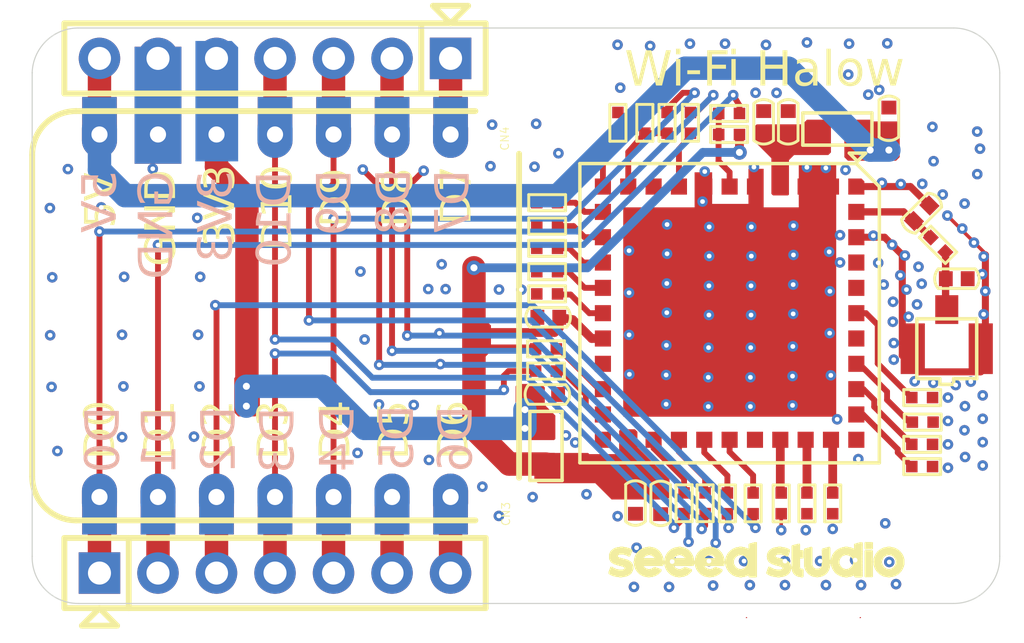
<source format=kicad_pcb>
(kicad_pcb
	(version 20240108)
	(generator "pcbnew")
	(generator_version "8.0")
	(general
		(thickness 1.6)
		(legacy_teardrops no)
	)
	(paper "A4")
	(layers
		(0 "F.Cu" signal "Top")
		(31 "B.Cu" signal "Bottom")
		(32 "B.Adhes" user "B.Adhesive")
		(33 "F.Adhes" user "F.Adhesive")
		(34 "B.Paste" user "Paste Mask Bottom")
		(35 "F.Paste" user "Paste Mask Top")
		(36 "B.SilkS" user "Silkscreen Bottom")
		(37 "F.SilkS" user "Silkscreen Top")
		(38 "B.Mask" user "Solder Mask Bottom")
		(39 "F.Mask" user "Solder Mask Top")
		(40 "Dwgs.User" user "Layer_10")
		(41 "Cmts.User" user "User.Comments")
		(42 "Eco1.User" user "User.Eco1")
		(43 "Eco2.User" user "Layer_11")
		(44 "Edge.Cuts" user)
		(45 "Margin" user)
		(46 "B.CrtYd" user "B.Courtyard")
		(47 "F.CrtYd" user "F.Courtyard")
		(48 "B.Fab" user "Layer_13")
		(49 "F.Fab" user "Layer_12")
		(50 "User.1" user "Assembly Drawing Top")
		(51 "User.2" user "Assembly Drawing Bottom")
		(52 "User.3" user "Layer_3")
		(53 "User.4" user "Layer_4")
		(54 "User.5" user "Layer_5")
		(55 "User.6" user "Layer_6")
		(56 "User.7" user "Layer_7")
		(57 "User.8" user "Layer_8")
		(58 "User.9" user "Layer_9")
	)
	(setup
		(pad_to_mask_clearance 0.1016)
		(allow_soldermask_bridges_in_footprints no)
		(aux_axis_origin -676.855516 351.783105)
		(grid_origin -676.855516 351.783105)
		(pcbplotparams
			(layerselection 0x00010fc_ffffffff)
			(plot_on_all_layers_selection 0x0000000_00000000)
			(disableapertmacros no)
			(usegerberextensions no)
			(usegerberattributes yes)
			(usegerberadvancedattributes yes)
			(creategerberjobfile yes)
			(dashed_line_dash_ratio 12.000000)
			(dashed_line_gap_ratio 3.000000)
			(svgprecision 4)
			(plotframeref no)
			(viasonmask no)
			(mode 1)
			(useauxorigin no)
			(hpglpennumber 1)
			(hpglpenspeed 20)
			(hpglpendiameter 15.000000)
			(pdf_front_fp_property_popups yes)
			(pdf_back_fp_property_popups yes)
			(dxfpolygonmode yes)
			(dxfimperialunits yes)
			(dxfusepcbnewfont yes)
			(psnegative no)
			(psa4output no)
			(plotreference yes)
			(plotvalue yes)
			(plotfptext yes)
			(plotinvisibletext no)
			(sketchpadsonfab no)
			(subtractmaskfromsilk no)
			(outputformat 1)
			(mirror no)
			(drillshape 1)
			(scaleselection 1)
			(outputdirectory "")
		)
	)
	(net 0 "")
	(net 1 "WAKEUP_IN")
	(net 2 "VDD_5V")
	(net 3 "SPI_MOSI")
	(net 4 "SPI_MISO")
	(net 5 "SPI_INT")
	(net 6 "SPI_CS")
	(net 7 "SPI_CLK")
	(net 8 "RESET")
	(net 9 "PB09_A7_D7_RX")
	(net 10 "PB08_A6_D6_TX")
	(net 11 "PA9_A5_D5_SCL")
	(net 12 "PA8_A4_D4_SDA")
	(net 13 "PA7_A8_D8_SCK")
	(net 14 "PA6_A10_D10_MOSI")
	(net 15 "PA5_A9_D9_MISO")
	(net 16 "PA4_A1_D1")
	(net 17 "PA11_A3_D3")
	(net 18 "PA10_A2_D2")
	(net 19 "PA02_A0_D0")
	(net 20 "N34312580")
	(net 21 "N34312575")
	(net 22 "N34312570")
	(net 23 "N34312565")
	(net 24 "N34311591")
	(net 25 "N34310667")
	(net 26 "N34310640")
	(net 27 "N34310613")
	(net 28 "N34310586")
	(net 29 "N34310504")
	(net 30 "N34310477")
	(net 31 "N34310055")
	(net 32 "N34310043")
	(net 33 "N34310028")
	(net 34 "MOD_5V")
	(net 35 "MOD_3V3")
	(net 36 "GND")
	(net 37 "BUSY")
	(net 38 "ANT_WIFI_MOD")
	(net 39 "ANT_WIFI")
	(net 40 "3V3")
	(footprint "R0402" (layer "F.Cu") (at 166.822284 101.922005 135))
	(footprint "R0402" (layer "F.Cu") (at 149.855084 104.055605))
	(footprint "R0402" (layer "F.Cu") (at 157.752484 96.216805 180))
	(footprint "C0402M" (layer "F.Cu") (at 154.782684 113.148805 -90))
	(footprint "FB0603" (layer "F.Cu") (at 162.453484 96.892805 180))
	(footprint "R0402" (layer "F.Cu") (at 166.134484 111.556805))
	(footprint "R0402" (layer "F.Cu") (at 152.926484 96.623205 -90))
	(footprint "R0402" (layer "F.Cu") (at 149.855084 101.109205))
	(footprint "R0402" (layer "F.Cu") (at 149.804284 106.443205 180))
	(footprint "CON_U.FL-R-SMT-1" (layer "F.Cu") (at 167.201254 106.436805 180))
	(footprint "FB0603" (layer "F.Cu") (at 149.804284 110.659605 -90))
	(footprint "R0402" (layer "F.Cu") (at 166.134484 110.591605))
	(footprint "R0402" (layer "F.Cu") (at 149.855084 102.074405))
	(footprint "R0402" (layer "F.Cu") (at 156.713084 113.148805 -90))
	(footprint "C0402M" (layer "F.Cu") (at 164.688684 96.435605 90))
	(footprint "R0402" (layer "F.Cu") (at 160.015084 113.154805 -90))
	(footprint "R0402" (layer "F.Cu") (at 162.250284 113.154805 -90))
	(footprint "R0402" (layer "F.Cu") (at 157.752484 97.131205 180))
	(footprint "R0402" (layer "F.Cu") (at 149.855084 103.090405))
	(footprint "CN_ESP32S3_XIAO_DIP14" (layer "F.Cu") (at 130.422084 105.003605 90))
	(footprint "HEADER_PIN_SIP7_2MM54" (layer "F.Cu") (at 145.662084 93.824805 -90))
	(footprint "R0402" (layer "F.Cu") (at 157.678284 113.154805 -90))
	(footprint "C0402M" (layer "F.Cu") (at 167.635084 103.395205))
	(footprint "C0402M" (layer "F.Cu") (at 160.319884 96.588005 90))
	(footprint "R0402" (layer "F.Cu") (at 156.076084 96.623205 -90))
	(footprint "R0402" (layer "F.Cu") (at 155.060084 96.623205 -90))
	(footprint "FGH100M-H" (layer "F.Cu") (at 157.775484 104.892605 -90))
	(footprint "R0402" (layer "F.Cu") (at 166.158384 109.626405))
	(footprint "R0402" (layer "F.Cu") (at 149.804284 107.408405 180))
	(footprint "C0402M" (layer "F.Cu") (at 149.855084 108.424405))
	(footprint "R0402" (layer "F.Cu") (at 149.855084 100.093205))
	(footprint "R0402" (layer "F.Cu") (at 166.134484 108.559605))
	(footprint "C0402M" (layer "F.Cu") (at 166.111084 100.550405 45))
	(footprint "HEADER_PIN_SIP7_2MM54" (layer "F.Cu") (at 130.422084 116.182405 90))
	(footprint "R0402" (layer "F.Cu") (at 154.094884 96.623205 -90))
	(footprint "C0402M" (layer "F.Cu") (at 153.688484 113.133205 -90))
	(footprint "R0402" (layer "F.Cu") (at 161.132684 113.154805 -90))
	(footprint "R0402" (layer "F.Cu") (at 158.795884 113.154805 -90))
	(footprint "R0402" (layer "F.Cu") (at 155.798684 113.148805 -90))
	(footprint "C0402M" (layer "F.Cu") (at 159.253084 96.588005 90))
	(footprint "C0402M" (layer "F.Cu") (at 149.905884 105.071605 180))
	(gr_poly
		(pts
			(xy 136.374034 107.611605) (xy 137.307484 107.611605) (xy 137.383684 107.687805) (xy 137.383684 109.186405)
			(xy 137.193184 109.376905) (xy 136.443884 109.376905) (xy 136.272434 109.205455) (xy 136.272434 107.713205)
		)
		(stroke
			(width 0)
			(type default)
		)
		(fill solid)
		(layer "F.Cu")
		(net 40)
		(uuid "023cd5b6-323c-49d1-911e-9e611ec4f223")
	)
	(gr_line
		(start 163.431934 118.124325)
		(end 163.457564 118.124325)
		(stroke
			(width 0.0254)
			(type solid)
		)
		(layer "F.Cu")
		(uuid "0d95dbba-ff07-4b66-9863-e501741e98dd")
	)
	(gr_line
		(start 163.457564 118.124325)
		(end 163.457564 118.119935)
		(stroke
			(width 0.0254)
			(type solid)
		)
		(layer "F.Cu")
		(uuid "18bbee3e-9f77-4322-8e16-fada4f24cd5d")
	)
	(gr_poly
		(pts
			(xy 148.585084 107.967205) (xy 149.601084 107.967205) (xy 149.753484 108.119605) (xy 149.753484 108.881605)
			(xy 150.210684 109.338805) (xy 150.210684 110.354805) (xy 150.159884 110.405605) (xy 148.635884 110.405605)
			(xy 148.483484 110.253205) (xy 148.483484 108.068805)
		)
		(stroke
			(width 0)
			(type default)
		)
		(fill solid)
		(layer "F.Cu")
		(net 40)
		(uuid "1e5f5c7b-6d77-4beb-b7a2-5563406bb60f")
	)
	(gr_poly
		(pts
			(xy 156.255884 98.772405) (xy 156.255884 100.296405) (xy 153.157084 100.296405) (xy 153.157084 109.389605)
			(xy 162.402684 109.389605) (xy 162.402684 98.366005) (xy 160.777084 98.366005) (xy 160.777084 100.296405)
			(xy 159.253084 100.296405) (xy 159.253084 98.620005) (xy 158.592684 98.620005) (xy 158.592684 100.144005)
			(xy 157.017884 100.144005) (xy 157.017884 98.772405)
		)
		(stroke
			(width 0)
			(type default)
		)
		(fill solid)
		(layer "F.Cu")
		(net 36)
		(uuid "24341890-af5e-4167-bab1-a0271c5c91e4")
	)
	(gr_poly
		(pts
			(xy 131.946084 93.319605) (xy 131.946084 98.399605) (xy 133.978084 98.399605) (xy 133.978084 93.319605)
		)
		(stroke
			(width 0)
			(type default)
		)
		(fill solid)
		(layer "F.Cu")
		(net 36)
		(uuid "2a90e07c-2dfb-4083-9bba-2f32e61dae79")
	)
	(gr_line
		(start 163.455794 118.117925)
		(end 163.457564 118.119935)
		(stroke
			(width 0.0254)
			(type solid)
		)
		(layer "F.Cu")
		(uuid "31f03d9b-d15d-433e-8294-653506021959")
	)
	(gr_poly
		(pts
			(xy 149.299064 110.964405) (xy 151.633084 110.964405) (xy 151.683884 111.015205) (xy 152.852284 111.015205)
			(xy 152.979284 110.888205) (xy 152.979284 109.999205) (xy 153.042784 109.935705) (xy 153.665084 109.935705)
			(xy 153.773034 110.043655) (xy 153.773034 110.710405) (xy 155.166864 112.104225) (xy 155.166864 112.894805)
			(xy 155.076374 112.985295) (xy 152.649084 112.985295) (xy 151.943444 112.279645) (xy 149.448684 112.279645)
			(xy 149.299064 112.130025)
		)
		(stroke
			(width 0)
			(type default)
		)
		(fill solid)
		(layer "F.Cu")
		(net 35)
		(uuid "337284f3-cb64-4301-ae4b-5254e7617c4b")
	)
	(gr_poly
		(pts
			(xy 158.948284 96.689605) (xy 160.929484 96.689605) (xy 161.132684 96.486405) (xy 162.097884 96.486405)
			(xy 162.174084 96.562605) (xy 162.174084 97.908805) (xy 162.059784 98.023105) (xy 160.573884 98.023105)
			(xy 160.351634 98.245355) (xy 160.351634 99.737605) (xy 160.310364 99.778875) (xy 159.659484 99.778875)
			(xy 159.588044 99.707445) (xy 159.588044 98.162805) (xy 158.887164 97.461925) (xy 158.887164 96.750725)
		)
		(stroke
			(width 0)
			(type default)
		)
		(fill solid)
		(layer "F.Cu")
		(net 34)
		(uuid "3aa3d42e-e1fc-49b8-980d-a6bf1b720528")
	)
	(gr_line
		(start 163.448284 118.119935)
		(end 163.457564 118.124325)
		(stroke
			(width 0.0254)
			(type solid)
		)
		(layer "F.Cu")
		(uuid "3ecdac71-d8f8-4c17-b329-53b86dba2368")
	)
	(gr_line
		(start 163.448284 118.119935)
		(end 163.457564 118.119935)
		(stroke
			(width 0.0254)
			(type solid)
		)
		(layer "F.Cu")
		(uuid "3efa3935-e674-43b1-967f-47469defb707")
	)
	(gr_line
		(start 163.431934 118.124325)
		(end 163.448284 118.119935)
		(stroke
			(width 0.0254)
			(type solid)
		)
		(layer "F.Cu")
		(uuid "3f8d1caf-731d-4c5e-9ec4-95804e975282")
	)
	(gr_line
		(start 158.517654 118.117365)
		(end 158.519424 118.119375)
		(stroke
			(width 0.0254)
			(type solid)
		)
		(layer "F.Cu")
		(uuid "4fff426a-85f4-44f8-a0cd-9958a638e43d")
	)
	(gr_line
		(start 158.517654 118.117365)
		(end 158.519424 118.119375)
		(stroke
			(width 0.0254)
			(type solid)
		)
		(layer "F.Cu")
		(uuid "5780b392-c1cb-42c8-a427-f8b417f1ceb3")
	)
	(gr_poly
		(pts
			(xy 146.172084 105.325605) (xy 147.315084 105.325605) (xy 147.416684 105.427205) (xy 147.416684 106.544805)
			(xy 147.111884 106.849605) (xy 146.299084 106.849605) (xy 146.172084 106.722605)
		)
		(stroke
			(width 0)
			(type default)
		)
		(fill solid)
		(layer "F.Cu")
		(net 35)
		(uuid "5da2d2c5-1bf4-485f-95d6-6ddbea97b98e")
	)
	(gr_line
		(start 158.493784 118.123805)
		(end 158.510204 118.119375)
		(stroke
			(width 0.0254)
			(type solid)
		)
		(layer "F.Cu")
		(uuid "5fafde27-37a2-4d81-9b2d-208caccae62f")
	)
	(gr_line
		(start 163.455794 118.117925)
		(end 163.457564 118.119935)
		(stroke
			(width 0.0254)
			(type solid)
		)
		(layer "F.Cu")
		(uuid "618396e9-5bae-4d1a-9ed2-cf5b8f4ae208")
	)
	(gr_line
		(start 158.510204 118.119375)
		(end 158.519424 118.123805)
		(stroke
			(width 0.0254)
			(type solid)
		)
		(layer "F.Cu")
		(uuid "727180d2-7ecd-4331-acc8-8da29d2a943e")
	)
	(gr_line
		(start 158.493784 118.123805)
		(end 158.510204 118.119375)
		(stroke
			(width 0.0254)
			(type solid)
		)
		(layer "F.Cu")
		(uuid "7df291c9-0078-4d02-98f1-f0baaf6494c7")
	)
	(gr_line
		(start 163.457564 118.124325)
		(end 163.457564 118.119935)
		(stroke
			(width 0.0254)
			(type solid)
		)
		(layer "F.Cu")
		(uuid "80a03c72-181d-4af6-8eed-2309854cb5ea")
	)
	(gr_line
		(start 158.510204 118.119375)
		(end 158.519424 118.123805)
		(stroke
			(width 0.0254)
			(type solid)
		)
		(layer "F.Cu")
		(uuid "82330662-0963-4e5e-900c-f53efadbf47c")
	)
	(gr_poly
		(pts
			(xy 162.755114 96.486405) (xy 163.926684 96.486405) (xy 164.002884 96.562605) (xy 165.044284 96.562605)
			(xy 165.158584 96.676905) (xy 165.158584 98.112005) (xy 164.999834 98.270755) (xy 162.910684 98.270755)
			(xy 162.755114 98.115175)
		)
		(stroke
			(width 0)
			(type default)
		)
		(fill solid)
		(layer "F.Cu")
		(net 2)
		(uuid "8472852f-9a27-4880-b4c4-353c5f138896")
	)
	(gr_line
		(start 158.510204 118.119375)
		(end 158.519424 118.119375)
		(stroke
			(width 0.0254)
			(type solid)
		)
		(layer "F.Cu")
		(uuid "88454c86-d05a-49cc-865f-575db5316449")
	)
	(gr_line
		(start 158.510204 118.119375)
		(end 158.517654 118.117365)
		(stroke
			(width 0.0254)
			(type solid)
		)
		(layer "F.Cu")
		(uuid "8e1455dc-6722-4c60-9f24-23e430ada7d8")
	)
	(gr_line
		(start 163.448284 118.119935)
		(end 163.457564 118.119935)
		(stroke
			(width 0.0254)
			(type solid)
		)
		(layer "F.Cu")
		(uuid "936921f6-4968-4213-9bc9-78911dbcd6de")
	)
	(gr_line
		(start 163.448284 118.119935)
		(end 163.457564 118.124325)
		(stroke
			(width 0.0254)
			(type solid)
		)
		(layer "F.Cu")
		(uuid "94f6369b-337f-41cf-8783-4d99e2f178ee")
	)
	(gr_line
		(start 158.510204 118.119375)
		(end 158.517654 118.117365)
		(stroke
			(width 0.0254)
			(type solid)
		)
		(layer "F.Cu")
		(uuid "95f0b0f4-cd25-43ef-9a9d-450706ce929d")
	)
	(gr_line
		(start 158.493784 118.123805)
		(end 158.519424 118.123805)
		(stroke
			(width 0.0254)
			(type solid)
		)
		(layer "F.Cu")
		(uuid "a21e9c47-9cdb-430c-8e07-42f40d57dbc7")
	)
	(gr_line
		(start 158.519424 118.123805)
		(end 158.519424 118.119375)
		(stroke
			(width 0.0254)
			(type solid)
		)
		(layer "F.Cu")
		(uuid "a5017def-2b9a-410d-bef9-254a94505faa")
	)
	(gr_line
		(start 158.519424 118.123805)
		(end 158.519424 118.119375)
		(stroke
			(width 0.0254)
			(type solid)
		)
		(layer "F.Cu")
		(uuid "b24ab511-bea8-4fa7-a2a5-a29e5e1c8e86")
	)
	(gr_line
		(start 163.448284 118.119935)
		(end 163.455794 118.117925)
		(stroke
			(width 0.0254)
			(type solid)
		)
		(layer "F.Cu")
		(uuid "ba5200a8-825f-4dfb-af01-f46c21b925bf")
	)
	(gr_line
		(start 163.448284 118.119935)
		(end 163.455794 118.117925)
		(stroke
			(width 0.0254)
			(type solid)
		)
		(layer "F.Cu")
		(uuid "c9f9a540-dc1d-4cdb-96ee-9c57019fc93c")
	)
	(gr_line
		(start 163.431934 118.124325)
		(end 163.448284 118.119935)
		(stroke
			(width 0.0254)
			(type solid)
		)
		(layer "F.Cu")
		(uuid "e7c90065-eeed-4544-92e8-6f1a21031517")
	)
	(gr_line
		(start 158.510204 118.119375)
		(end 158.519424 118.119375)
		(stroke
			(width 0.0254)
			(type solid)
		)
		(layer "F.Cu")
		(uuid "f42ee6a3-6ab7-4136-8bd6-5ab8977feaa1")
	)
	(gr_poly
		(pts
			(xy 131.946084 93.319605) (xy 131.946084 98.399605) (xy 133.978084 98.399605) (xy 133.978084 93.319605)
		)
		(stroke
			(width 0)
			(type default)
		)
		(fill solid)
		(layer "B.Cu")
		(net 36)
		(uuid "05c307c4-5fa8-4d4c-b85f-7a80d4c603c0")
	)
	(gr_poly
		(pts
			(xy 134.587684 93.065605) (xy 136.162484 93.065605) (xy 136.441884 93.345005) (xy 136.441884 98.298005)
			(xy 134.587684 98.298005)
		)
		(stroke
			(width 0)
			(type default)
		)
		(fill solid)
		(layer "B.Cu")
		(net 40)
		(uuid "82d713ba-93d0-4545-9962-5bcef24d5361")
	)
	(gr_line
		(start 162.090334 115.720985)
		(end 162.090334 115.702975)
		(stroke
			(width 0.1016)
			(type solid)
		)
		(layer "F.SilkS")
		(uuid "0004a545-c14c-4709-9aa7-b4f6685588d4")
	)
	(gr_line
		(start 157.902204 115.746595)
		(end 157.902344 115.747925)
		(stroke
			(width 0.1016)
			(type solid)
		)
		(layer "F.SilkS")
		(uuid "0005f1bd-071a-421f-933b-379b86f1d4d8")
	)
	(gr_line
		(start 162.532264 115.522095)
		(end 162.532934 115.520895)
		(stroke
			(width 0.1016)
			(type solid)
		)
		(layer "F.SilkS")
		(uuid "0007f31c-053f-4cc7-a702-9673a06f4653")
	)
	(gr_line
		(start 162.089924 115.100925)
		(end 162.090194 115.100785)
		(stroke
			(width 0.1016)
			(type solid)
		)
		(layer "F.SilkS")
		(uuid "000ae0d8-f44b-4d91-8bf3-36ae0f39557e")
	)
	(gr_line
		(start 155.167074 115.276285)
		(end 155.173874 115.269495)
		(stroke
			(width 0.1016)
			(type solid)
		)
		(layer "F.SilkS")
		(uuid "000b9549-e5da-4b4f-9f95-06cc5e249823")
	)
	(gr_line
		(start 153.917954 115.214775)
		(end 153.925674 115.209175)
		(stroke
			(width 0.1016)
			(type solid)
		)
		(layer "F.SilkS")
		(uuid "000ff733-ac16-4c6b-b016-6d39106e490e")
	)
	(gr_line
		(start 164.350754 115.807315)
		(end 164.351154 115.808645)
		(stroke
			(width 0.1016)
			(type solid)
		)
		(layer "F.SilkS")
		(uuid "00142edb-bafd-48f7-ba9f-4185af1cc042")
	)
	(gr_line
		(start 161.439734 116.019425)
		(end 161.443324 116.021425)
		(stroke
			(width 0.1016)
			(type solid)
		)
		(layer "F.SilkS")
		(uuid "001794b2-ddb5-446d-b1ce-1da39e4cba70")
	)
	(gr_line
		(start 158.654134 115.233945)
		(end 158.654134 115.232745)
		(stroke
			(width 0.1016)
			(type solid)
		)
		(layer "F.SilkS")
		(uuid "00187cda-7463-4fa9-a8b2-2f67ceddefa6")
	)
	(gr_line
		(start 154.241784 116.309435)
		(end 154.252704 116.309835)
		(stroke
			(width 0.1016)
			(type solid)
		)
		(layer "F.SilkS")
		(uuid "0018d584-9353-482e-92bf-c033ed79fcae")
	)
	(gr_line
		(start 162.499504 115.810375)
		(end 162.499904 115.811705)
		(stroke
			(width 0.1016)
			(type solid)
		)
		(layer "F.SilkS")
		(uuid "001938d7-4142-4f56-bbd0-c1e387171e65")
	)
	(gr_line
		(start 157.679704 115.922885)
		(end 157.680634 115.925155)
		(stroke
			(width 0.1016)
			(type solid)
		)
		(layer "F.SilkS")
		(uuid "0019d489-65ec-4e97-8889-e8984a24f517")
	)
	(gr_line
		(start 165.022524 115.836735)
		(end 165.023054 115.835405)
		(stroke
			(width 0.1016)
			(type solid)
		)
		(layer "F.SilkS")
		(uuid "001d0ef7-a547-4c2f-9c69-96f0c35a14e7")
	)
	(gr_line
		(start 162.725074 116.301185)
		(end 162.727864 116.301575)
		(stroke
			(width 0.1016)
			(type solid)
		)
		(layer "F.SilkS")
		(uuid "001dd408-58cb-4dbb-a905-c67500bd6949")
	)
	(gr_line
		(start 154.399574 116.043125)
		(end 154.401174 116.042595)
		(stroke
			(width 0.1016)
			(type solid)
		)
		(layer "F.SilkS")
		(uuid "00209266-2afa-42ad-9967-055fb34e5b6c")
	)
	(gr_line
		(start 159.422704 116.174415)
		(end 159.422704 116.174285)
		(stroke
			(width 0.1016)
			(type solid)
		)
		(layer "F.SilkS")
		(uuid "0020bd3e-09af-43f7-a6e7-6b13a8803d02")
	)
	(gr_line
		(start 159.462514 116.063765)
		(end 159.463584 116.060835)
		(stroke
			(width 0.1016)
			(type solid)
		)
		(layer "F.SilkS")
		(uuid "00257b2a-238b-4b47-8e68-9a507bb0a503")
	)
	(gr_line
		(start 160.584404 115.011725)
		(end 160.781034 115.011725)
		(stroke
			(width 0.1016)
			(type solid)
		)
		(layer "F.SilkS")
		(uuid "0029bab3-468c-47ac-8127-2f8cacd845bf")
	)
	(gr_line
		(start 154.504504 115.981745)
		(end 154.505034 115.981205)
		(stroke
			(width 0.1016)
			(type solid)
		)
		(layer "F.SilkS")
		(uuid "002cac16-beca-46fb-b150-8686bbfb1db6")
	)
	(gr_line
		(start 164.097494 115.521425)
		(end 164.098164 115.519165)
		(stroke
			(width 0.1016)
			(type solid)
		)
		(layer "F.SilkS")
		(uuid "002e41c5-0425-413e-8409-7215159f6d8b")
	)
	(gr_line
		(start 158.654134 114.970835)
		(end 158.654134 114.968835)
		(stroke
			(width 0.1016)
			(type solid)
		)
		(layer "F.SilkS")
		(uuid "00329022-131e-4da5-986a-2d3b998eef61")
	)
	(gr_line
		(start 163.495634 115.895725)
		(end 163.495634 115.875615)
		(stroke
			(width 0.1016)
			(type solid)
		)
		(layer "F.SilkS")
		(uuid "00334476-d3b3-4fed-b6d8-12b546ebcada")
	)
	(gr_line
		(start 159.492474 115.980545)
		(end 159.492604 115.980405)
		(stroke
			(width 0.1016)
			(type solid)
		)
		(layer "F.SilkS")
		(uuid "00352f97-d3a7-42fc-a72e-6379417e4a10")
	)
	(gr_line
		(start 162.935724 116.050845)
		(end 162.937184 116.050445)
		(stroke
			(width 0.1016)
			(type solid)
		)
		(layer "F.SilkS")
		(uuid "00353462-ad20-41a9-85f8-6905227a1625")
	)
	(gr_line
		(start 164.378984 115.531415)
		(end 164.379654 115.530215)
		(stroke
			(width 0.1016)
			(type solid)
		)
		(layer "F.SilkS")
		(uuid "00378074-5aee-4bf5-a5ab-ae3395e035a3")
	)
	(gr_line
		(start 154.464154 115.403455)
		(end 154.468014 115.405985)
		(stroke
			(width 0.1016)
			(type solid)
		)
		(layer "F.SilkS")
		(uuid "003b699f-0391-4a02-8400-b85074048ff2")
	)
	(gr_line
		(start 157.250284 115.813035)
		(end 157.252144 115.813035)
		(stroke
			(width 0.1016)
			(type solid)
		)
		(layer "F.SilkS")
		(uuid "00438975-9b57-4af9-9cba-396ad163bc3a")
	)
	(gr_line
		(start 156.449754 115.318895)
		(end 156.456014 115.311445)
		(stroke
			(width 0.1016)
			(type solid)
		)
		(layer "F.SilkS")
		(uuid "0045c32a-c634-4b1d-ba00-6ee201d45a20")
	)
	(gr_line
		(start 158.612454 115.696925)
		(end 158.612454 115.695595)
		(stroke
			(width 0.1016)
			(type solid)
		)
		(layer "F.SilkS")
		(uuid "0046b53d-2659-448c-993c-6de156979de3")
	)
	(gr_line
		(start 160.537074 116.047525)
		(end 160.538534 116.053515)
		(stroke
			(width 0.1016)
			(type solid)
		)
		(layer "F.SilkS")
		(uuid "004b9995-0cb9-4a5e-8b1b-82857ba57667")
	)
	(gr_line
		(start 165.063534 115.216765)
		(end 165.065534 115.218235)
		(stroke
			(width 0.1016)
			(type solid)
		)
		(layer "F.SilkS")
		(uuid "004ed196-f8ae-4727-a8e4-981e90a39e57")
	)
	(gr_line
		(start 153.245784 116.036065)
		(end 153.247384 116.034475)
		(stroke
			(width 0.1016)
			(type solid)
		)
		(layer "F.SilkS")
		(uuid "0052540b-d36b-4f6b-8445-e42d00058372")
	)
	(gr_line
		(start 160.324294 115.263505)
		(end 160.325354 115.260705)
		(stroke
			(width 0.1016)
			(type solid)
		)
		(layer "F.SilkS")
		(uuid "00575b69-2375-47d9-bae3-cb13f61c075a")
	)
	(gr_line
		(start 160.271694 115.407715)
		(end 160.271694 115.407575)
		(stroke
			(width 0.1016)
			(type solid)
		)
		(layer "F.SilkS")
		(uuid "00584e85-81ec-47ee-ad98-f578ab148cc4")
	)
	(gr_line
		(start 162.259044 115.483855)
		(end 162.564404 115.483855)
		(stroke
			(width 0.1016)
			(type solid)
		)
		(layer "F.SilkS")
		(uuid "005b0a95-980f-446b-b20a-55fc50e941b1")
	)
	(gr_line
		(start 153.371624 115.387735)
		(end 153.375084 115.389335)
		(stroke
			(width 0.1016)
			(type solid)
		)
		(layer "F.SilkS")
		(uuid "005d7ec5-d799-4d11-9584-bdaf363b4888")
	)
	(gr_line
		(start 157.780374 116.090825)
		(end 158.911984 116.158125)
		(stroke
			(width 0.1016)
			(type solid)
		)
		(layer "F.SilkS")
		(uuid "00634ea8-c996-4138-909c-806033a6f420")
	)
	(gr_line
		(start 158.189154 116.057905)
		(end 158.190624 116.058175)
		(stroke
			(width 0.1016)
			(type solid)
		)
		(layer "F.SilkS")
		(uuid "0078c17a-eda4-4d5b-87e4-9dc3f08550b6")
	)
	(gr_line
		(start 158.475304 115.987335)
		(end 158.476374 115.986405)
		(stroke
			(width 0.1016)
			(type solid)
		)
		(layer "F.SilkS")
		(uuid "007e5271-0446-404c-a054-a15354c55191")
	)
	(gr_line
		(start 162.964994 116.041235)
		(end 163.495614 116.049445)
		(stroke
			(width 0.1016)
			(type solid)
		)
		(layer "F.SilkS")
		(uuid "007f6bcb-1c1e-4dff-b7ac-7e00b41a0615")
	)
	(gr_line
		(start 160.921354 115.495995)
		(end 160.922694 115.495995)
		(stroke
			(width 0.1016)
			(type solid)
		)
		(layer "F.SilkS")
		(uuid "0080ece7-aa37-4baa-bea8-8053e7c20b93")
	)
	(gr_line
		(start 163.281654 116.310495)
		(end 163.284724 116.310495)
		(stroke
			(width 0.1016)
			(type solid)
		)
		(layer "F.SilkS")
		(uuid "00828e97-414d-4f99-b5b0-3f9335a91b8e")
	)
	(gr_line
		(start 157.780374 116.090825)
		(end 158.911984 116.158125)
		(stroke
			(width 0.1016)
			(type solid)
		)
		(layer "F.SilkS")
		(uuid "0083567a-438e-4ed5-a4c2-ab777f4954c2")
	)
	(gr_line
		(start 154.594244 115.813035)
		(end 154.596114 115.813035)
		(stroke
			(width 0.1016)
			(type solid)
		)
		(layer "F.SilkS")
		(uuid "00856dae-6053-4735-9dec-1496ba89f8f7")
	)
	(gr_line
		(start 164.070334 115.680275)
		(end 164.070464 115.677885)
		(stroke
			(width 0.1016)
			(type solid)
		)
		(layer "F.SilkS")
		(uuid "0087cedc-5486-48f9-bbc2-356600414448")
	)
	(gr_line
		(start 159.851564 116.307585)
		(end 159.918554 116.309655)
		(stroke
			(width 0.1016)
			(type solid)
		)
		(layer "F.SilkS")
		(uuid "00880d2d-ec6d-4bd6-a39a-7bd53af279cd")
	)
	(gr_line
		(start 163.183124 115.798925)
		(end 163.183524 115.797585)
		(stroke
			(width 0.1016)
			(type solid)
		)
		(layer "F.SilkS")
		(uuid "008811a5-678c-4850-ba8e-1bfc28466863")
	)
	(gr_line
		(start 160.932944 116.062165)
		(end 160.932944 116.060835)
		(stroke
			(width 0.1016)
			(type solid)
		)
		(layer "F.SilkS")
		(uuid "00884420-1498-43f3-9775-9637a240b0af")
	)
	(gr_line
		(start 160.251464 115.400925)
		(end 160.255434 115.403035)
		(stroke
			(width 0.1016)
			(type solid)
		)
		(layer "F.SilkS")
		(uuid "008b37b8-eb3b-4183-ba19-cf5924b1a999")
	)
	(gr_line
		(start 162.090334 115.554775)
		(end 162.090334 115.379955)
		(stroke
			(width 0.1016)
			(type solid)
		)
		(layer "F.SilkS")
		(uuid "008c5f6c-da4c-4ded-b201-ce950effd339")
	)
	(gr_line
		(start 155.614014 115.098095)
		(end 155.646204 115.099505)
		(stroke
			(width 0.1016)
			(type solid)
		)
		(layer "F.SilkS")
		(uuid "008d24cd-e27c-4ff8-8142-5c86adc36ac6")
	)
	(gr_line
		(start 155.677324 115.354845)
		(end 155.681984 115.356045)
		(stroke
			(width 0.1016)
			(type solid)
		)
		(layer "F.SilkS")
		(uuid "009aead8-af3f-41d5-8aff-6d86da3ff0f5")
	)
	(gr_line
		(start 152.643664 115.964835)
		(end 152.643794 115.964565)
		(stroke
			(width 0.1016)
			(type solid)
		)
		(layer "F.SilkS")
		(uuid "009bc18c-4b5c-4815-84f0-3d4631e13d3b")
	)
	(gr_line
		(start 157.917974 115.609545)
		(end 157.956074 115.509605)
		(stroke
			(width 0.1016)
			(type solid)
		)
		(layer "F.SilkS")
		(uuid "009dd04a-f470-4654-b62f-5c6757a513b5")
	)
	(gr_line
		(start 154.752434 115.813035)
		(end 154.754694 115.813035)
		(stroke
			(width 0.1016)
			(type solid)
		)
		(layer "F.SilkS")
		(uuid "00a0801b-0722-4aea-bad7-9fb0f38b7e43")
	)
	(gr_line
		(start 164.594034 115.104655)
		(end 164.596694 115.104385)
		(stroke
			(width 0.1016)
			(type solid)
		)
		(layer "F.SilkS")
		(uuid "00a18b4e-cb79-4bfc-8ed0-a0d716db6ca2")
	)
	(gr_line
		(start 164.834374 116.033535)
		(end 164.835704 116.033005)
		(stroke
			(width 0.1016)
			(type solid)
		)
		(layer "F.SilkS")
		(uuid "00a45182-64b4-4660-b0ac-ee30465f1ca4")
	)
	(gr_line
		(start 157.313934 115.813035)
		(end 157.315664 115.813035)
		(stroke
			(width 0.1016)
			(type solid)
		)
		(layer "F.SilkS")
		(uuid "00a5c9d0-0993-41e5-bc2f-5282e55befc5")
	)
	(gr_line
		(start 159.591804 116.260305)
		(end 159.596734 116.261895)
		(stroke
			(width 0.1016)
			(type solid)
		)
		(layer "F.SilkS")
		(uuid "00a77e48-22bc-4b02-b571-1394b56527bc")
	)
	(gr_line
		(start 155.038584 115.947125)
		(end 155.042314 115.955505)
		(stroke
			(width 0.1016)
			(type solid)
		)
		(layer "F.SilkS")
		(uuid "00a8eaa6-1263-4fcf-8d53-85af662c9fc8")
	)
	(gr_line
		(start 154.404504 116.041265)
		(end 154.406094 116.040725)
		(stroke
			(width 0.1016)
			(type solid)
		)
		(layer "F.SilkS")
		(uuid "00b0bccf-73f8-47de-9bb2-53ca86ba7fe1")
	)
	(gr_line
		(start 153.819424 116.110375)
		(end 153.825544 116.117295)
		(stroke
			(width 0.1016)
			(type solid)
		)
		(layer "F.SilkS")
		(uuid "00b698db-97f0-4d65-b07c-17e59e73d4b9")
	)
	(gr_line
		(start 161.834284 115.720985)
		(end 162.090334 115.720985)
		(stroke
			(width 0.1016)
			(type solid)
		)
		(layer "F.SilkS")
		(uuid "00b90e47-b42a-4f1e-8670-41295a19b5cb")
	)
	(gr_line
		(start 164.088454 115.552375)
		(end 164.340364 115.644285)
		(stroke
			(width 0.1016)
			(type solid)
		)
		(layer "F.SilkS")
		(uuid "00be8c65-3acc-4eae-bba8-d6713ff4b4f5")
	)
	(gr_line
		(start 159.914974 115.826355)
		(end 159.924694 115.828745)
		(stroke
			(width 0.1016)
			(type solid)
		)
		(layer "F.SilkS")
		(uuid "00c180e6-9d95-4720-aef1-66cb6d82404e")
	)
	(gr_line
		(start 158.211664 116.309165)
		(end 158.214454 116.309305)
		(stroke
			(width 0.1016)
			(type solid)
		)
		(layer "F.SilkS")
		(uuid "00ca5917-9c37-4e97-9f25-ade82b511687")
	)
	(gr_line
		(start 160.749194 116.282005)
		(end 160.755314 116.284135)
		(stroke
			(width 0.1016)
			(type solid)
		)
		(layer "F.SilkS")
		(uuid "00cac5c3-0e6f-4105-9957-3ed27e5f0909")
	)
	(gr_line
		(start 157.685164 115.936205)
		(end 157.686104 115.938335)
		(stroke
			(width 0.1016)
			(type solid)
		)
		(layer "F.SilkS")
		(uuid "00cb218c-2e2f-45f4-86e3-5c01fc31aaf2")
	)
	(gr_line
		(start 158.361724 116.302515)
		(end 158.364384 116.302115)
		(stroke
			(width 0.1016)
			(type solid)
		)
		(layer "F.SilkS")
		(uuid "00cb92e2-21af-4827-bee9-4ef5128bc7af")
	)
	(gr_line
		(start 154.571744 115.813035)
		(end 154.572944 115.813035)
		(stroke
			(width 0.1016)
			(type solid)
		)
		(layer "F.SilkS")
		(uuid "00ccc588-d567-4def-8358-29ac2c4854b8")
	)
	(gr_line
		(start 153.258614 116.019615)
		(end 153.532664 116.019615)
		(stroke
			(width 0.1016)
			(type solid)
		)
		(layer "F.SilkS")
		(uuid "00cd3ccb-1d57-4548-9bf8-9f2bdc7e1ff8")
	)
	(gr_line
		(start 164.944574 115.954725)
		(end 165.020174 115.840815)
		(stroke
			(width 0.1016)
			(type solid)
		)
		(layer "F.SilkS")
		(uuid "00cda003-8385-437f-acef-39f7723967d2")
	)
	(gr_line
		(start 154.446844 116.021955)
		(end 154.448304 116.021155)
		(stroke
			(width 0.1016)
			(type solid)
		)
		(layer "F.SilkS")
		(uuid "00cf01d2-6586-46a9-835b-59a2ef3910eb")
	)
	(gr_line
		(start 160.781014 115.502115)
		(end 160.781014 115.500525)
		(stroke
			(width 0.1016)
			(type solid)
		)
		(layer "F.SilkS")
		(uuid "00cf0b80-a92d-4af0-bfe4-2ecc39e7af50")
	)
	(gr_line
		(start 160.368634 115.811705)
		(end 160.373024 115.821025)
		(stroke
			(width 0.1016)
			(type solid)
		)
		(layer "F.SilkS")
		(uuid "00d1612b-3e01-40b2-8279-0a64319ecbd8")
	)
	(gr_line
		(start 162.538654 115.511435)
		(end 162.539324 115.510235)
		(stroke
			(width 0.1016)
			(type solid)
		)
		(layer "F.SilkS")
		(uuid "00dd2800-c8ac-4b79-b987-e8cfe9de5f96")
	)
	(gr_line
		(start 162.519614 115.861235)
		(end 162.520144 115.862435)
		(stroke
			(width 0.1016)
			(type solid)
		)
		(layer "F.SilkS")
		(uuid "00df93d9-41fa-47ae-af2d-2f416f33a0e0")
	)
	(gr_line
		(start 155.007294 115.570695)
		(end 155.009684 115.560305)
		(stroke
			(width 0.1016)
			(type solid)
		)
		(layer "F.SilkS")
		(uuid "00e3511a-c812-4f3b-b3d9-340dfe9d1c76")
	)
	(gr_line
		(start 155.290114 115.813035)
		(end 155.290774 115.813035)
		(stroke
			(width 0.1016)
			(type solid)
		)
		(layer "F.SilkS")
		(uuid "00e510a5-dee5-4932-84c6-b0b6f28261a8")
	)
	(gr_line
		(start 160.667834 116.241395)
		(end 160.672754 116.244725)
		(stroke
			(width 0.1016)
			(type solid)
		)
		(layer "F.SilkS")
		(uuid "00fc21c3-2e11-4b5f-9ce1-cfede4690c76")
	)
	(gr_line
		(start 159.582224 116.256975)
		(end 159.587014 116.258575)
		(stroke
			(width 0.1016)
			(type solid)
		)
		(layer "F.SilkS")
		(uuid "00fe4122-1a85-46c5-bb7b-b7238c7c092c")
	)
	(gr_line
		(start 159.456524 115.377485)
		(end 159.458124 115.371895)
		(stroke
			(width 0.1016)
			(type solid)
		)
		(layer "F.SilkS")
		(uuid "00fe6af7-52da-46e4-8cca-edbf0c37fc75")
	)
	(gr_line
		(start 161.834284 115.754025)
		(end 161.834284 115.720985)
		(stroke
			(width 0.1016)
			(type solid)
		)
		(layer "F.SilkS")
		(uuid "01019723-5ece-4d23-b294-05bbf2ae080d")
	)
	(gr_line
		(start 158.592084 115.193335)
		(end 158.593544 115.194395)
		(stroke
			(width 0.1016)
			(type solid)
		)
		(layer "F.SilkS")
		(uuid "0103713a-e879-4b2a-bc7e-846e0ddba35f")
	)
	(gr_line
		(start 158.055074 116.001445)
		(end 158.056134 116.002245)
		(stroke
			(width 0.1016)
			(type solid)
		)
		(layer "F.SilkS")
		(uuid "010528de-5e00-43c5-bf65-a429c4502f49")
	)
	(gr_line
		(start 158.339494 116.305575)
		(end 158.342284 116.305305)
		(stroke
			(width 0.1016)
			(type solid)
		)
		(layer "F.SilkS")
		(uuid "010a6c06-60d7-414d-83e5-e99be119b61a")
	)
	(gr_line
		(start 156.731114 116.284005)
		(end 156.740704 116.286795)
		(stroke
			(width 0.1016)
			(type solid)
		)
		(layer "F.SilkS")
		(uuid "010b0342-d6eb-46ba-aa95-a85c92b7fbd4")
	)
	(gr_line
		(start 158.480504 115.423425)
		(end 158.481564 115.424225)
		(stroke
			(width 0.1016)
			(type solid)
		)
		(layer "F.SilkS")
		(uuid "01133778-3d66-476a-a39f-77cc98393b7e")
	)
	(gr_line
		(start 164.644764 116.060435)
		(end 164.646364 116.060565)
		(stroke
			(width 0.1016)
			(type solid)
		)
		(layer "F.SilkS")
		(uuid "01137651-1666-4309-a7d5-410cec55c91e")
	)
	(gr_line
		(start 153.316764 115.363375)
		(end 153.320224 115.364835)
		(stroke
			(width 0.1016)
			(type solid)
		)
		(layer "F.SilkS")
		(uuid "01175084-f8b6-49a4-a299-063ad2ef93cf")
	)
	(gr_line
		(start 154.396244 116.044325)
		(end 154.397844 116.043795)
		(stroke
			(width 0.1016)
			(type solid)
		)
		(layer "F.SilkS")
		(uuid "01228c6b-a65c-443a-8773-96699f3f2c04")
	)
	(gr_line
		(start 162.810824 115.098795)
		(end 162.813624 115.098795)
		(stroke
			(width 0.1016)
			(type solid)
		)
		(layer "F.SilkS")
		(uuid "01260c30-31b2-487f-8bd8-3f2a20e962c5")
	)
	(gr_line
		(start 157.420854 115.384415)
		(end 157.425254 115.392395)
		(stroke
			(width 0.1016)
			(type solid)
		)
		(layer "F.SilkS")
		(uuid "012936f2-d737-4d40-9ef6-82ca0db1ebd9")
	)
	(gr_line
		(start 158.636954 115.223955)
		(end 158.638424 115.225025)
		(stroke
			(width 0.1016)
			(type solid)
		)
		(layer "F.SilkS")
		(uuid "012b11c1-3035-49bb-8cba-6e66663518f0")
	)
	(gr_line
		(start 161.963154 116.146305)
		(end 162.024224 116.053725)
		(stroke
			(width 0.1016)
			(type solid)
		)
		(layer "F.SilkS")
		(uuid "0132a6cf-9d8b-41e0-afb2-7573a7c16859")
	)
	(gr_line
		(start 156.177484 115.801445)
		(end 156.178924 115.796385)
		(stroke
			(width 0.1016)
			(type solid)
		)
		(layer "F.SilkS")
		(uuid "01338226-dc58-4e2c-a08d-e9de51a4c48b")
	)
	(gr_line
		(start 155.310224 115.813035)
		(end 155.311024 115.813035)
		(stroke
			(width 0.1016)
			(type solid)
		)
		(layer "F.SilkS")
		(uuid "0134b553-8dcf-4593-9037-3e8709d92abb")
	)
	(gr_line
		(start 163.187914 115.779615)
		(end 163.188184 115.778145)
		(stroke
			(width 0.1016)
			(type solid)
		)
		(layer "F.SilkS")
		(uuid "01361ead-a4b5-4256-aef3-cd0dce1fa7b9")
	)
	(gr_line
		(start 161.212484 115.128045)
		(end 161.316624 115.149685)
		(stroke
			(width 0.1016)
			(type solid)
		)
		(layer "F.SilkS")
		(uuid "0137f5d0-7404-4642-9e95-09c3302a72a7")
	)
	(gr_line
		(start 164.266204 115.261505)
		(end 164.268064 115.259905)
		(stroke
			(width 0.1016)
			(type solid)
		)
		(layer "F.SilkS")
		(uuid "0139198e-d5a0-4cb7-9d4c-fc662dd2d897")
	)
	(gr_line
		(start 162.483664 115.719955)
		(end 162.483664 115.718625)
		(stroke
			(width 0.1016)
			(type solid)
		)
		(layer "F.SilkS")
		(uuid "013bdd85-21ca-472c-a0cc-776ba923cd9c")
	)
	(gr_line
		(start 153.275994 116.270095)
		(end 153.377844 116.231035)
		(stroke
			(width 0.1016)
			(type solid)
		)
		(layer "F.SilkS")
		(uuid "013c23c0-320b-44c3-ba7d-bb02527cb5e0")
	)
	(gr_line
		(start 155.657354 115.100395)
		(end 155.668934 115.101455)
		(stroke
			(width 0.1016)
			(type solid)
		)
		(layer "F.SilkS")
		(uuid "013c3ddc-dfc7-4893-892c-8a0c079d9ef5")
	)
	(gr_line
		(start 154.414884 116.037145)
		(end 154.453994 116.016545)
		(stroke
			(width 0.1016)
			(type solid)
		)
		(layer "F.SilkS")
		(uuid "013cb363-4cb4-4678-8c04-7b47785748d9")
	)
	(gr_line
		(start 160.932944 115.489605)
		(end 160.932944 115.488275)
		(stroke
			(width 0.1016)
			(type solid)
		)
		(layer "F.SilkS")
		(uuid "013f197c-52a2-474c-b729-1c3365182b68")
	)
	(gr_line
		(start 165.034374 115.603055)
		(end 165.034774 115.604385)
		(stroke
			(width 0.1016)
			(type solid)
		)
		(layer "F.SilkS")
		(uuid "0140af02-2009-495e-9177-684b24433d58")
	)
	(gr_line
		(start 159.622964 116.032075)
		(end 159.627094 116.033805)
		(stroke
			(width 0.1016)
			(type solid)
		)
		(layer "F.SilkS")
		(uuid "0143d8c6-e5bf-4971-9b97-472b917c6f74")
	)
	(gr_line
		(start 164.492434 115.404645)
		(end 164.493504 115.403855)
		(stroke
			(width 0.1016)
			(type solid)
		)
		(layer "F.SilkS")
		(uuid "0144005b-57e0-43a0-9465-3972a0bd65db")
	)
	(gr_line
		(start 164.139704 115.975345)
		(end 164.140774 115.977485)
		(stroke
			(width 0.1016)
			(type solid)
		)
		(layer "F.SilkS")
		(uuid "01459531-07ff-4e7f-9bf2-f2162172d7b9")
	)
	(gr_line
		(start 158.267454 115.345265)
		(end 158.269054 115.345395)
		(stroke
			(width 0.1016)
			(type solid)
		)
		(layer "F.SilkS")
		(uuid "0148a174-9706-4026-8a37-c0fce7df496e")
	)
	(gr_line
		(start 163.404824 116.310495)
		(end 163.408554 116.310495)
		(stroke
			(width 0.1016)
			(type solid)
		)
		(layer "F.SilkS")
		(uuid "014a0515-c3f3-4036-937a-747d793ce256")
	)
	(gr_line
		(start 164.365274 115.846725)
		(end 164.365934 115.848055)
		(stroke
			(width 0.1016)
			(type solid)
		)
		(layer "F.SilkS")
		(uuid "014a1edc-225e-4e2b-a1fb-600cbc17624e")
	)
	(gr_line
		(start 158.654134 116.201715)
		(end 158.654134 116.199715)
		(stroke
			(width 0.1016)
			(type solid)
		)
		(layer "F.SilkS")
		(uuid "014abddc-ffca-4493-81cb-164a09224047")
	)
	(gr_line
		(start 160.912574 115.495995)
		(end 160.914164 115.495995)
		(stroke
			(width 0.1016)
			(type solid)
		)
		(layer "F.SilkS")
		(uuid "014d918f-b522-4c09-ac3f-28bf7d9ea209")
	)
	(gr_line
		(start 156.069604 116.091195)
		(end 156.071864 116.088395)
		(stroke
			(width 0.1016)
			(type solid)
		)
		(layer "F.SilkS")
		(uuid "014f73db-1455-4e65-a608-68b62eedc5a7")
	)
	(gr_line
		(start 157.212204 115.813035)
		(end 157.213264 115.813035)
		(stroke
			(width 0.1016)
			(type solid)
		)
		(layer "F.SilkS")
		(uuid "01512d66-1a1c-411e-b529-03a401a81da4")
	)
	(gr_line
		(start 163.447034 116.310495)
		(end 163.450234 116.310495)
		(stroke
			(width 0.1016)
			(type solid)
		)
		(layer "F.SilkS")
		(uuid "0153cc0d-65eb-4e21-8432-194dc2ebd391")
	)
	(gr_line
		(start 160.525024 115.315735)
		(end 160.932944 115.344065)
		(stroke
			(width 0.1016)
			(type solid)
		)
		(layer "F.SilkS")
		(uuid "015b3bce-da30-4111-9a8e-95366245ad36")
	)
	(gr_line
		(start 163.278064 114.945505)
		(end 163.364344 114.922375)
		(stroke
			(width 0.1016)
			(type solid)
		)
		(layer "F.SilkS")
		(uuid "01638bb6-2763-4454-9b87-2af02fb8d848")
	)
	(gr_line
		(start 164.827714 116.036465)
		(end 164.829054 116.035935)
		(stroke
			(width 0.1016)
			(type solid)
		)
		(layer "F.SilkS")
		(uuid "016547b0-0e37-4f67-add0-a41e8be211d8")
	)
	(gr_line
		(start 154.540714 115.979615)
		(end 154.543244 115.980545)
		(stroke
			(width 0.1016)
			(type solid)
		)
		(layer "F.SilkS")
		(uuid "01695cd7-ccdf-4e70-bf73-5907a1fedc5a")
	)
	(gr_line
		(start 163.110684 115.469495)
		(end 163.111484 115.470695)
		(stroke
			(width 0.1016)
			(type solid)
		)
		(layer "F.SilkS")
		(uuid "016b231e-9422-4933-a8ae-a05c9d41f2f5")
	)
	(gr_line
		(start 156.163744 115.542995)
		(end 156.165874 115.551515)
		(stroke
			(width 0.1016)
			(type solid)
		)
		(layer "F.SilkS")
		(uuid "016bdef0-d169-44db-9ab6-81815da0b157")
	)
	(gr_line
		(start 160.338804 116.133675)
		(end 160.342134 116.128745)
		(stroke
			(width 0.1016)
			(type solid)
		)
		(layer "F.SilkS")
		(uuid "016c92ad-7225-4be6-8a22-f9c257d5f204")
	)
	(gr_line
		(start 158.442954 115.125285)
		(end 158.445344 115.125955)
		(stroke
			(width 0.1016)
			(type solid)
		)
		(layer "F.SilkS")
		(uuid "01735b63-1317-4b4a-bd8c-76cac86db4e5")
	)
	(gr_line
		(start 161.315634 115.100395)
		(end 161.316164 115.100255)
		(stroke
			(width 0.1016)
			(type solid)
		)
		(layer "F.SilkS")
		(uuid "01738414-afcc-43ed-a8c9-c493c2aefba4")
	)
	(gr_line
		(start 158.654094 114.978345)
		(end 158.911984 114.989065)
		(stroke
			(width 0.1016)
			(type solid)
		)
		(layer "F.SilkS")
		(uuid "01740b06-6267-462d-8e1b-cc5a03c45da4")
	)
	(gr_line
		(start 162.814684 116.062835)
		(end 162.816284 116.062965)
		(stroke
			(width 0.1016)
			(type solid)
		)
		(layer "F.SilkS")
		(uuid "01754a2b-f13f-4967-a865-6e0b6147e74a")
	)
	(gr_line
		(start 162.854494 116.063365)
		(end 162.856094 116.063235)
		(stroke
			(width 0.1016)
			(type solid)
		)
		(layer "F.SilkS")
		(uuid "017563d2-d88c-4479-a92b-bbe4ca928cc8")
	)
	(gr_line
		(start 161.258374 115.115835)
		(end 161.261704 115.114905)
		(stroke
			(width 0.1016)
			(type solid)
		)
		(layer "F.SilkS")
		(uuid "0175edd2-5dc5-4cb0-ac74-61fec4b78629")
	)
	(gr_line
		(start 157.904564 115.644745)
		(end 157.917974 115.609545)
		(stroke
			(width 0.1016)
			(type solid)
		)
		(layer "F.SilkS")
		(uuid "0177c5e9-473a-4839-b391-9d74d5d93ebd")
	)
	(gr_line
		(start 154.993164 115.721005)
		(end 154.994284 115.740225)
		(stroke
			(width 0.1016)
			(type solid)
		)
		(layer "F.SilkS")
		(uuid "017e4460-7b8b-41b0-adbb-251f50b8bb2e")
	)
	(gr_line
		(start 164.897624 115.130885)
		(end 164.900024 115.131815)
		(stroke
			(width 0.1016)
			(type solid)
		)
		(layer "F.SilkS")
		(uuid "017e73df-4d68-40fb-87c0-2e5e05def3bc")
	)
	(gr_line
		(start 164.720524 116.062165)
		(end 164.721994 116.062035)
		(stroke
			(width 0.1016)
			(type solid)
		)
		(layer "F.SilkS")
		(uuid "018288d2-65f8-4ce5-beab-8476be1f9d5e")
	)
	(gr_line
		(start 155.782914 116.013435)
		(end 155.783714 116.012905)
		(stroke
			(width 0.1016)
			(type solid)
		)
		(layer "F.SilkS")
		(uuid "0183fadf-a7c9-4b99-be32-cd35251f7633")
	)
	(gr_line
		(start 158.276244 116.310235)
		(end 158.279174 116.310105)
		(stroke
			(width 0.1016)
			(type solid)
		)
		(layer "F.SilkS")
		(uuid "018529ab-b0a5-4913-ba3c-77b610ef8420")
	)
	(gr_line
		(start 153.344324 115.374955)
		(end 153.347784 115.376555)
		(stroke
			(width 0.1016)
			(type solid)
		)
		(layer "F.SilkS")
		(uuid "0188bd52-5c9f-40ca-96c5-d255400a7a88")
	)
	(gr_line
		(start 160.158604 115.363505)
		(end 160.229224 115.389165)
		(stroke
			(width 0.1016)
			(type solid)
		)
		(layer "F.SilkS")
		(uuid "018c17eb-0ff7-48a9-a0ee-362fc4e6944b")
	)
	(gr_line
		(start 162.516814 115.552055)
		(end 162.517484 115.550715)
		(stroke
			(width 0.1016)
			(type solid)
		)
		(layer "F.SilkS")
		(uuid "018e00c4-3bd6-445f-b7aa-ec47359b477e")
	)
	(gr_line
		(start 164.126654 115.448185)
		(end 164.127724 115.446065)
		(stroke
			(width 0.1016)
			(type solid)
		)
		(layer "F.SilkS")
		(uuid "018e361a-fb15-4aee-853a-7391ef11e492")
	)
	(gr_line
		(start 155.676264 116.056445)
		(end 155.677994 116.056045)
		(stroke
			(width 0.1016)
			(type solid)
		)
		(layer "F.SilkS")
		(uuid "01909e4a-92a0-4239-b8ff-6ecbada37748")
	)
	(gr_line
		(start 162.496714 115.801055)
		(end 162.497114 115.802385)
		(stroke
			(width 0.1016)
			(type solid)
		)
		(layer "F.SilkS")
		(uuid "0191fdbe-3c2a-433e-a20b-7a38681a7c10")
	)
	(gr_line
		(start 161.060634 115.591995)
		(end 161.060634 115.583205)
		(stroke
			(width 0.1016)
			(type solid)
		)
		(layer "F.SilkS")
		(uuid "0195037a-58ea-4965-92ce-bc0c209bd2c6")
	)
	(gr_line
		(start 157.416194 115.376415)
		(end 157.420854 115.384415)
		(stroke
			(width 0.1016)
			(type solid)
		)
		(layer "F.SilkS")
		(uuid "019ad0db-ca5d-46d8-9ea0-f5c60d8debe2")
	)
	(gr_line
		(start 160.781414 115.495995)
		(end 160.781814 115.495995)
		(stroke
			(width 0.1016)
			(type solid)
		)
		(layer "F.SilkS")
		(uuid "01a1e0f1-905f-4103-9590-db409541e3cd")
	)
	(gr_line
		(start 155.433784 116.020625)
		(end 155.438314 116.023015)
		(stroke
			(width 0.1016)
			(type solid)
		)
		(layer "F.SilkS")
		(uuid "01a1e26b-c9c1-46a9-9440-e020b162124d")
	)
	(gr_line
		(start 160.781014 115.160715)
		(end 160.781014 115.156845)
		(stroke
			(width 0.1016)
			(type solid)
		)
		(layer "F.SilkS")
		(uuid "01a31da7-178b-485a-9d52-70d9a245708d")
	)
	(gr_line
		(start 160.781034 115.030115)
		(end 160.781034 115.023835)
		(stroke
			(width 0.1016)
			(type solid)
		)
		(layer "F.SilkS")
		(uuid "01a46a21-b619-4244-a431-87884b7520c2")
	)
	(gr_line
		(start 160.826414 116.301845)
		(end 160.833344 116.303045)
		(stroke
			(width 0.1016)
			(type solid)
		)
		(layer "F.SilkS")
		(uuid "01a595bb-f3d1-489e-a504-c885c118d3c2")
	)
	(gr_line
		(start 158.175704 116.055245)
		(end 158.177174 116.055505)
		(stroke
			(width 0.1016)
			(type solid)
		)
		(layer "F.SilkS")
		(uuid "01a70606-86a3-44c0-991c-8c8dad7332e5")
	)
	(gr_line
		(start 159.567844 116.251775)
		(end 159.572634 116.253505)
		(stroke
			(width 0.1016)
			(type solid)
		)
		(layer "F.SilkS")
		(uuid "01ac49ad-3eb6-4ad2-9a19-fc93f549cd09")
	)
	(gr_line
		(start 158.911924 114.906515)
		(end 158.911924 114.901325)
		(stroke
			(width 0.1016)
			(type solid)
		)
		(layer "F.SilkS")
		(uuid "01afc75b-3714-4738-98a5-1bad3fb41bcf")
	)
	(gr_line
		(start 160.397124 115.957775)
		(end 160.397264 115.951785)
		(stroke
			(width 0.1016)
			(type solid)
		)
		(layer "F.SilkS")
		(uuid "01b29f39-d693-4784-91a3-adecc108d268")
	)
	(gr_line
		(start 162.744384 116.304105)
		(end 162.747174 116.304505)
		(stroke
			(width 0.1016)
			(type solid)
		)
		(layer "F.SilkS")
		(uuid "01b39fff-9ac7-41cd-913f-8a152913d99a")
	)
	(gr_line
		(start 155.995344 115.249565)
		(end 156.034924 115.294965)
		(stroke
			(width 0.1016)
			(type solid)
		)
		(layer "F.SilkS")
		(uuid "01b3bf39-5b59-4014-b501-5f6db6447443")
	)
	(gr_line
		(start 154.721674 115.813035)
		(end 154.723404 115.813035)
		(stroke
			(width 0.1016)
			(type solid)
		)
		(layer "F.SilkS")
		(uuid "01b48239-ab97-4c41-b84d-c24c6781ca11")
	)
	(gr_line
		(start 156.648554 116.252045)
		(end 156.657344 116.256175)
		(stroke
			(width 0.1016)
			(type solid)
		)
		(layer "F.SilkS")
		(uuid "01b5b383-f62a-418f-8252-a9abc5a01fa2")
	)
	(gr_line
		(start 161.834284 115.379955)
		(end 162.090334 115.379955)
		(stroke
			(width 0.1016)
			(type solid)
		)
		(layer "F.SilkS")
		(uuid "01b5f63c-affa-46ea-9dcf-2d23fba9473c")
	)
	(gr_line
		(start 159.946134 115.097725)
		(end 159.950664 115.097725)
		(stroke
			(width 0.1016)
			(type solid)
		)
		(layer "F.SilkS")
		(uuid "01bc76e8-d9df-4fe9-be49-ef397eb9f3da")
	)
	(gr_line
		(start 160.929614 116.054445)
		(end 160.932944 116.054445)
		(stroke
			(width 0.1016)
			(type solid)
		)
		(layer "F.SilkS")
		(uuid "01beea48-9098-4da3-9ac5-2ac3c7a91a11")
	)
	(gr_line
		(start 155.711214 116.044655)
		(end 156.041554 116.044655)
		(stroke
			(width 0.1016)
			(type solid)
		)
		(layer "F.SilkS")
		(uuid "01c19038-2af0-4e25-91df-2138efbdf620")
	)
	(gr_line
		(start 162.875794 116.309615)
		(end 162.880084 116.308885)
		(stroke
			(width 0.1016)
			(type solid)
		)
		(layer "F.SilkS")
		(uuid "01c2379f-ecfe-4d31-a3e1-6c51c0240409")
	)
	(gr_line
		(start 163.167414 115.844055)
		(end 163.167944 115.842725)
		(stroke
			(width 0.1016)
			(type solid)
		)
		(layer "F.SilkS")
		(uuid "01c2fc25-04dd-4e76-ae9e-5485e642d2cf")
	)
	(gr_line
		(start 160.847724 116.046185)
		(end 160.850384 116.046855)
		(stroke
			(width 0.1016)
			(type solid)
		)
		(layer "F.SilkS")
		(uuid "01c33bd5-2e77-42ef-b4db-52b8307333b5")
	)
	(gr_line
		(start 162.530004 115.880945)
		(end 162.530664 115.882145)
		(stroke
			(width 0.1016)
			(type solid)
		)
		(layer "F.SilkS")
		(uuid "01c8ce50-078e-4dcc-a792-90d359c284b4")
	)
	(gr_line
		(start 158.474504 116.272955)
		(end 158.477034 116.272015)
		(stroke
			(width 0.1016)
			(type solid)
		)
		(layer "F.SilkS")
		(uuid "01c963b2-9d64-463e-99ed-b364283ba68b")
	)
	(gr_line
		(start 160.554384 115.019695)
		(end 160.556914 115.019035)
		(stroke
			(width 0.1016)
			(type solid)
		)
		(layer "F.SilkS")
		(uuid "01cc12c2-6f43-43f4-becb-3f64c2be3280")
	)
	(gr_line
		(start 154.041654 116.267625)
		(end 154.050844 116.271225)
		(stroke
			(width 0.1016)
			(type solid)
		)
		(layer "F.SilkS")
		(uuid "01d5b3f4-eca3-4e1c-9e50-c92f5c80a081")
	)
	(gr_line
		(start 153.981334 115.587205)
		(end 153.984134 115.587205)
		(stroke
			(width 0.1016)
			(type solid)
		)
		(layer "F.SilkS")
		(uuid "01d5ef29-df55-46dd-b4cf-4cc6a3f2d80a")
	)
	(gr_line
		(start 164.335844 115.721025)
		(end 164.335844 115.719565)
		(stroke
			(width 0.1016)
			(type solid)
		)
		(layer "F.SilkS")
		(uuid "01d7e6c7-482c-4af1-9fdd-46be6c8a6f26")
	)
	(gr_line
		(start 157.635234 115.664965)
		(end 157.635364 115.662575)
		(stroke
			(width 0.1016)
			(type solid)
		)
		(layer "F.SilkS")
		(uuid "01d931cd-0539-417b-92ad-db68aceb492d")
	)
	(gr_line
		(start 165.256614 115.948715)
		(end 165.257544 115.946585)
		(stroke
			(width 0.1016)
			(type solid)
		)
		(layer "F.SilkS")
		(uuid "01d93cfa-ef1f-4b75-ba7e-253c98953486")
	)
	(gr_line
		(start 161.958234 115.135945)
		(end 161.962094 115.135015)
		(stroke
			(width 0.1016)
			(type solid)
		)
		(layer "F.SilkS")
		(uuid "01d9664a-f6a1-4702-add3-37ac257d833f")
	)
	(gr_line
		(start 165.264194 115.931405)
		(end 165.265134 115.929275)
		(stroke
			(width 0.1016)
			(type solid)
		)
		(layer "F.SilkS")
		(uuid "01d9b3ac-a72c-4ead-8b86-ac3ddcdb5d9a")
	)
	(gr_line
		(start 162.531994 115.884535)
		(end 162.532664 115.885865)
		(stroke
			(width 0.1016)
			(type solid)
		)
		(layer "F.SilkS")
		(uuid "01e075d8-654a-4e2c-b57f-e076f42309fb")
	)
	(gr_line
		(start 163.450234 116.310495)
		(end 163.453294 116.310495)
		(stroke
			(width 0.1016)
			(type solid)
		)
		(layer "F.SilkS")
		(uuid "01eab129-c661-42b7-b058-98bda0da6ee1")
	)
	(gr_line
		(start 164.434644 115.453515)
		(end 164.435574 115.452455)
		(stroke
			(width 0.1016)
			(type solid)
		)
		(layer "F.SilkS")
		(uuid "01eb931d-732f-4f0c-a87b-4b661e93fb53")
	)
	(gr_line
		(start 158.546814 115.911175)
		(end 158.547614 115.909975)
		(stroke
			(width 0.1016)
			(type solid)
		)
		(layer "F.SilkS")
		(uuid "01ef347c-6536-43d5-9ee9-24db58e2161e")
	)
	(gr_line
		(start 159.677694 115.142335)
		(end 159.684754 115.139535)
		(stroke
			(width 0.1016)
			(type solid)
		)
		(layer "F.SilkS")
		(uuid "01f04d97-17f7-4f35-86c9-05fe7e5ac6dd")
	)
	(gr_line
		(start 164.963804 115.935405)
		(end 164.964734 115.934335)
		(stroke
			(width 0.1016)
			(type solid)
		)
		(layer "F.SilkS")
		(uuid "01f196ff-0df2-4890-80f1-742113145a2c")
	)
	(gr_line
		(start 157.675404 115.483855)
		(end 157.980774 115.483855)
		(stroke
			(width 0.1016)
			(type solid)
		)
		(layer "F.SilkS")
		(uuid "01f36b9d-3525-4d84-8222-3b8b06832d01")
	)
	(gr_line
		(start 156.475194 115.290005)
		(end 156.481714 115.283075)
		(stroke
			(width 0.1016)
			(type solid)
		)
		(layer "F.SilkS")
		(uuid "01f9e658-325e-4c1f-84d0-b5ae8a6f854d")
	)
	(gr_line
		(start 153.417164 115.407445)
		(end 153.417164 115.407315)
		(stroke
			(width 0.1016)
			(type solid)
		)
		(layer "F.SilkS")
		(uuid "01fdf278-aaeb-4612-bc6e-6b44ff46d047")
	)
	(gr_line
		(start 163.237774 115.085095)
		(end 163.495614 115.085095)
		(stroke
			(width 0.1016)
			(type solid)
		)
		(layer "F.SilkS")
		(uuid "0204ba5a-95b7-4c8e-9d71-b84412596f8d")
	)
	(gr_line
		(start 152.638334 115.979475)
		(end 152.638334 115.979215)
		(stroke
			(width 0.1016)
			(type solid)
		)
		(layer "F.SilkS")
		(uuid "0204d068-e741-4361-bfd1-9ecfaee22f2f")
	)
	(gr_line
		(start 164.379654 115.530215)
		(end 164.380314 115.529015)
		(stroke
			(width 0.1016)
			(type solid)
		)
		(layer "F.SilkS")
		(uuid "0204fadd-7dbd-4fe4-87e1-ec9ca8e424b8")
	)
	(gr_line
		(start 160.290874 115.355245)
		(end 160.291804 115.352585)
		(stroke
			(width 0.1016)
			(type solid)
		)
		(layer "F.SilkS")
		(uuid "02064213-2327-4fa3-b55b-7e40daedf8d6")
	)
	(gr_line
		(start 158.654134 115.141665)
		(end 158.654134 115.137545)
		(stroke
			(width 0.1016)
			(type solid)
		)
		(layer "F.SilkS")
		(uuid "0206ef51-fb3a-489f-954f-9589ca3e4357")
	)
	(gr_line
		(start 162.415484 115.260705)
		(end 162.417214 115.259115)
		(stroke
			(width 0.1016)
			(type solid)
		)
		(layer "F.SilkS")
		(uuid "02118e68-5f52-4e1a-8707-854e1fc61941")
	)
	(gr_line
		(start 160.932944 115.315735)
		(end 160.932944 115.284525)
		(stroke
			(width 0.1016)
			(type solid)
		)
		(layer "F.SilkS")
		(uuid "021231ee-2d7f-4e7f-8279-28ad93069c7c")
	)
	(gr_line
		(start 162.086364 115.101875)
		(end 162.090334 115.101875)
		(stroke
			(width 0.1016)
			(type solid)
		)
		(layer "F.SilkS")
		(uuid "0213b50d-d79c-4804-93f9-746278fda7d9")
	)
	(gr_line
		(start 164.614404 116.055375)
		(end 164.616004 116.055775)
		(stroke
			(width 0.1016)
			(type solid)
		)
		(layer "F.SilkS")
		(uuid "0215c9ad-55af-45df-a1cb-163c058dacab")
	)
	(gr_line
		(start 163.098974 116.255475)
		(end 163.138904 116.234935)
		(stroke
			(width 0.1016)
			(type solid)
		)
		(layer "F.SilkS")
		(uuid "02189152-8e7f-4dbb-81c4-34f0b97ed2c3")
	)
	(gr_line
		(start 154.993984 115.681105)
		(end 155.004434 115.587245)
		(stroke
			(width 0.1016)
			(type solid)
		)
		(layer "F.SilkS")
		(uuid "021970f3-5d0e-4ecb-a029-210367a466e5")
	)
	(gr_line
		(start 155.913814 115.813035)
		(end 155.915544 115.813035)
		(stroke
			(width 0.1016)
			(type solid)
		)
		(layer "F.SilkS")
		(uuid "0219faf8-42de-4a8b-81a8-ff77e0d0a236")
	)
	(gr_line
		(start 158.654264 116.310495)
		(end 158.654664 116.310495)
		(stroke
			(width 0.1016)
			(type solid)
		)
		(layer "F.SilkS")
		(uuid "021a9fee-fb34-4224-9f43-9055f6f16935")
	)
	(gr_line
		(start 154.577204 115.516095)
		(end 154.579064 115.519165)
		(stroke
			(width 0.1016)
			(type solid)
		)
		(layer "F.SilkS")
		(uuid "021ad1fe-7118-4137-b439-38436a555bf1")
	)
	(gr_line
		(start 158.911984 116.062565)
		(end 158.911984 116.060165)
		(stroke
			(width 0.1016)
			(type solid)
		)
		(layer "F.SilkS")
		(uuid "021d642b-25b3-4373-beee-34fcef948841")
	)
	(gr_line
		(start 155.849234 116.259105)
		(end 155.855484 116.256305)
		(stroke
			(width 0.1016)
			(type solid)
		)
		(layer "F.SilkS")
		(uuid "021e2bd2-2edb-4d44-be90-10254430e372")
	)
	(gr_line
		(start 164.509014 115.123485)
		(end 164.862474 115.123485)
		(stroke
			(width 0.1016)
			(type solid)
		)
		(layer "F.SilkS")
		(uuid "021f6ab8-f1f5-4f2a-aca2-264874ea9d0d")
	)
	(gr_line
		(start 163.185124 116.206375)
		(end 163.186454 116.205445)
		(stroke
			(width 0.1016)
			(type solid)
		)
		(layer "F.SilkS")
		(uuid "021fea87-e423-45be-9065-42a36b0b535f")
	)
	(gr_line
		(start 154.291854 116.309705)
		(end 154.300774 116.309305)
		(stroke
			(width 0.1016)
			(type solid)
		)
... [4972657 chars truncated]
</source>
